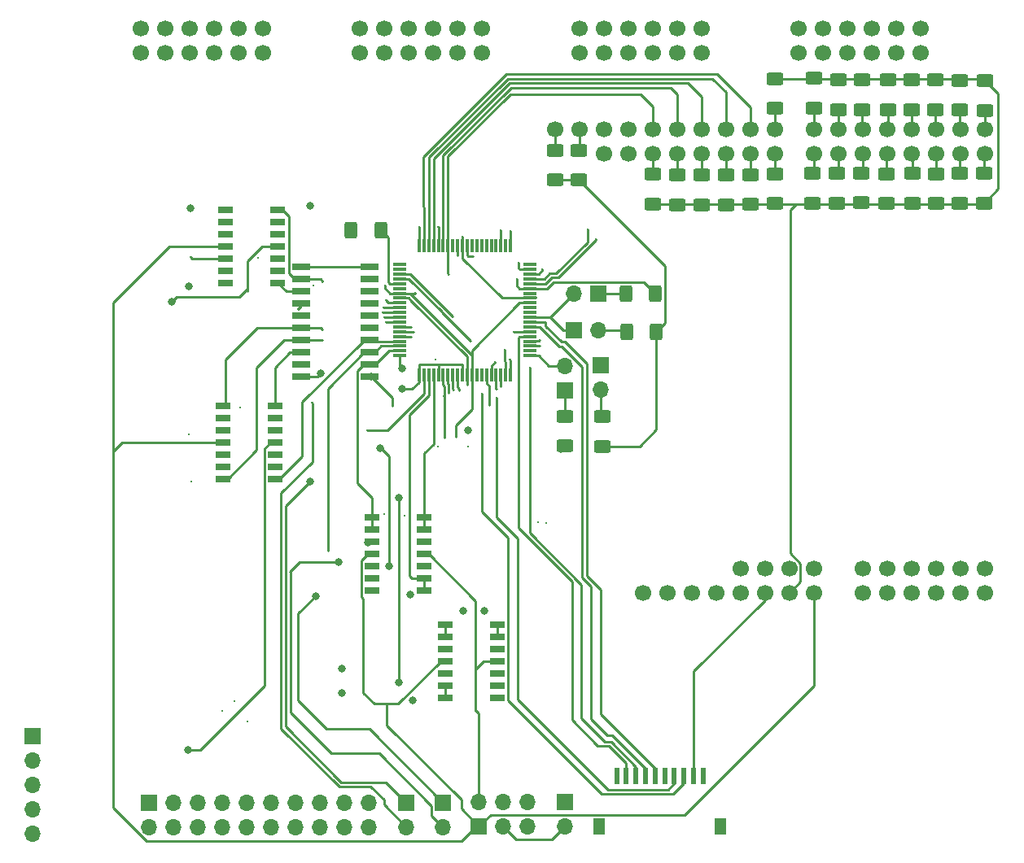
<source format=gbr>
%TF.GenerationSoftware,KiCad,Pcbnew,(6.0.7)*%
%TF.CreationDate,2023-05-13T08:51:53+05:30*%
%TF.ProjectId,DSP_board,4453505f-626f-4617-9264-2e6b69636164,rev?*%
%TF.SameCoordinates,Original*%
%TF.FileFunction,Copper,L1,Top*%
%TF.FilePolarity,Positive*%
%FSLAX46Y46*%
G04 Gerber Fmt 4.6, Leading zero omitted, Abs format (unit mm)*
G04 Created by KiCad (PCBNEW (6.0.7)) date 2023-05-13 08:51:53*
%MOMM*%
%LPD*%
G01*
G04 APERTURE LIST*
G04 Aperture macros list*
%AMRoundRect*
0 Rectangle with rounded corners*
0 $1 Rounding radius*
0 $2 $3 $4 $5 $6 $7 $8 $9 X,Y pos of 4 corners*
0 Add a 4 corners polygon primitive as box body*
4,1,4,$2,$3,$4,$5,$6,$7,$8,$9,$2,$3,0*
0 Add four circle primitives for the rounded corners*
1,1,$1+$1,$2,$3*
1,1,$1+$1,$4,$5*
1,1,$1+$1,$6,$7*
1,1,$1+$1,$8,$9*
0 Add four rect primitives between the rounded corners*
20,1,$1+$1,$2,$3,$4,$5,0*
20,1,$1+$1,$4,$5,$6,$7,0*
20,1,$1+$1,$6,$7,$8,$9,0*
20,1,$1+$1,$8,$9,$2,$3,0*%
G04 Aperture macros list end*
%TA.AperFunction,SMDPad,CuDef*%
%ADD10RoundRect,0.250000X0.400000X0.625000X-0.400000X0.625000X-0.400000X-0.625000X0.400000X-0.625000X0*%
%TD*%
%TA.AperFunction,SMDPad,CuDef*%
%ADD11RoundRect,0.250000X0.625000X-0.400000X0.625000X0.400000X-0.625000X0.400000X-0.625000X-0.400000X0*%
%TD*%
%TA.AperFunction,ComponentPad*%
%ADD12R,1.700000X1.700000*%
%TD*%
%TA.AperFunction,ComponentPad*%
%ADD13O,1.700000X1.700000*%
%TD*%
%TA.AperFunction,SMDPad,CuDef*%
%ADD14R,1.475000X0.300000*%
%TD*%
%TA.AperFunction,SMDPad,CuDef*%
%ADD15R,0.300000X1.475000*%
%TD*%
%TA.AperFunction,SMDPad,CuDef*%
%ADD16RoundRect,0.250000X-0.625000X0.400000X-0.625000X-0.400000X0.625000X-0.400000X0.625000X0.400000X0*%
%TD*%
%TA.AperFunction,SMDPad,CuDef*%
%ADD17R,1.525000X0.650000*%
%TD*%
%TA.AperFunction,ComponentPad*%
%ADD18C,1.700000*%
%TD*%
%TA.AperFunction,SMDPad,CuDef*%
%ADD19R,1.825000X0.700000*%
%TD*%
%TA.AperFunction,SMDPad,CuDef*%
%ADD20RoundRect,0.250000X-0.400000X-0.625000X0.400000X-0.625000X0.400000X0.625000X-0.400000X0.625000X0*%
%TD*%
%TA.AperFunction,SMDPad,CuDef*%
%ADD21R,0.600000X1.700000*%
%TD*%
%TA.AperFunction,SMDPad,CuDef*%
%ADD22R,1.200000X1.800000*%
%TD*%
%TA.AperFunction,ViaPad*%
%ADD23C,0.300000*%
%TD*%
%TA.AperFunction,ViaPad*%
%ADD24C,0.800000*%
%TD*%
%TA.AperFunction,Conductor*%
%ADD25C,0.250000*%
%TD*%
G04 APERTURE END LIST*
D10*
%TO.P,R79,1*%
%TO.N,Net-(IC5-Pad5)*%
X124210000Y-81030000D03*
%TO.P,R79,2*%
%TO.N,ctrl_3v3*%
X121110000Y-81030000D03*
%TD*%
D11*
%TO.P,R20,1*%
%TO.N,/controller_sheet/pwm_daba2*%
X174290000Y-68490000D03*
%TO.P,R20,2*%
%TO.N,ctrl_gnd*%
X174290000Y-65390000D03*
%TD*%
D12*
%TO.P,JVSI1,1,Pin_1*%
%TO.N,Igrid3*%
X100120000Y-140610000D03*
D13*
%TO.P,JVSI1,2,Pin_2*%
%TO.N,Vgrid3*%
X100120000Y-143150000D03*
%TO.P,JVSI1,3,Pin_3*%
%TO.N,Igrid2*%
X102660000Y-140610000D03*
%TO.P,JVSI1,4,Pin_4*%
%TO.N,Vgrid2*%
X102660000Y-143150000D03*
%TO.P,JVSI1,5,Pin_5*%
%TO.N,Igrid1*%
X105200000Y-140610000D03*
%TO.P,JVSI1,6,Pin_6*%
%TO.N,Vgrid1*%
X105200000Y-143150000D03*
%TO.P,JVSI1,7,Pin_7*%
%TO.N,OCD_grid1*%
X107740000Y-140610000D03*
%TO.P,JVSI1,8,Pin_8*%
%TO.N,OCD_grd2*%
X107740000Y-143150000D03*
%TO.P,JVSI1,9,Pin_9*%
%TO.N,OCD_grid3*%
X110280000Y-140610000D03*
%TO.P,JVSI1,10,Pin_10*%
%TO.N,ctrl_gnd*%
X110280000Y-143150000D03*
%TO.P,JVSI1,11,Pin_11*%
%TO.N,vsi_ready*%
X112820000Y-140610000D03*
%TO.P,JVSI1,12,Pin_12*%
%TO.N,vsi_fault*%
X112820000Y-143150000D03*
%TO.P,JVSI1,13,Pin_13*%
%TO.N,VSI32*%
X115360000Y-140610000D03*
%TO.P,JVSI1,14,Pin_14*%
%TO.N,VSI31*%
X115360000Y-143150000D03*
%TO.P,JVSI1,15,Pin_15*%
%TO.N,VSI22*%
X117900000Y-140610000D03*
%TO.P,JVSI1,16,Pin_16*%
%TO.N,VSI21*%
X117900000Y-143150000D03*
%TO.P,JVSI1,17,Pin_17*%
%TO.N,VSI12*%
X120440000Y-140610000D03*
%TO.P,JVSI1,18,Pin_18*%
%TO.N,VSI11*%
X120440000Y-143150000D03*
%TO.P,JVSI1,19,Pin_19*%
%TO.N,SCL*%
X122980000Y-140610000D03*
%TO.P,JVSI1,20,Pin_20*%
%TO.N,SDA*%
X122980000Y-143150000D03*
%TD*%
D12*
%TO.P,J1,1,Pin_1*%
%TO.N,Net-(IC5-Pad41)*%
X147130000Y-95130000D03*
D13*
%TO.P,J1,2,Pin_2*%
%TO.N,Net-(J1-Pad2)*%
X147130000Y-97670000D03*
%TD*%
D11*
%TO.P,R12,1*%
%TO.N,/controller_sheet/pwm_dabb1*%
X184450000Y-68550000D03*
%TO.P,R12,2*%
%TO.N,ctrl_gnd*%
X184450000Y-65450000D03*
%TD*%
D12*
%TO.P,J3,1,Pin_1*%
%TO.N,Net-(IC5-Pad49)*%
X144305000Y-91440000D03*
D13*
%TO.P,J3,2,Pin_2*%
%TO.N,Net-(J3-Pad2)*%
X146845000Y-91440000D03*
%TD*%
D14*
%TO.P,IC5,1,GPIO30*%
%TO.N,unconnected-(IC5-Pad1)*%
X126232000Y-84609500D03*
%TO.P,IC5,2,GPIO31*%
%TO.N,unconnected-(IC5-Pad2)*%
X126232000Y-85109500D03*
%TO.P,IC5,3,GPIO29*%
%TO.N,SCITX*%
X126232000Y-85609500D03*
%TO.P,IC5,4,GPIO28*%
%TO.N,SCiRX*%
X126232000Y-86109500D03*
%TO.P,IC5,5,XRSN*%
%TO.N,Net-(IC5-Pad5)*%
X126232000Y-86609500D03*
%TO.P,IC5,6,GPIO46*%
%TO.N,unconnected-(IC5-Pad6)*%
X126232000Y-87109500D03*
%TO.P,IC5,7,VDDIO_1*%
%TO.N,VDDIO*%
X126232000Y-87609500D03*
%TO.P,IC5,8,VDD_1*%
%TO.N,VDD*%
X126232000Y-88109500D03*
%TO.P,IC5,9,VSS_1*%
%TO.N,ctrl_gnd*%
X126232000Y-88609500D03*
%TO.P,IC5,10,A6*%
%TO.N,Igrid2_sense*%
X126232000Y-89109500D03*
%TO.P,IC5,11,C6*%
%TO.N,Vgrid2_sense*%
X126232000Y-89609500D03*
%TO.P,IC5,12,A3C5*%
%TO.N,Igrid3_sense*%
X126232000Y-90109500D03*
%TO.P,IC5,13,A2C9*%
%TO.N,Vgrid3_sense*%
X126232000Y-90609500D03*
%TO.P,IC5,14,A15C7*%
%TO.N,Igrid1_sense*%
X126232000Y-91109500D03*
%TO.P,IC5,15,A14C4*%
%TO.N,Vgrid1_sense*%
X126232000Y-91609500D03*
%TO.P,IC5,16,A11C0*%
%TO.N,I_leackage*%
X126232000Y-92109500D03*
%TO.P,IC5,17,A5C2*%
%TO.N,Vdc_link*%
X126232000Y-92609500D03*
%TO.P,IC5,18,A1*%
%TO.N,batt_curr_sense*%
X126232000Y-93109500D03*
%TO.P,IC5,19,A0C15*%
%TO.N,batt_V_sense*%
X126232000Y-93609500D03*
%TO.P,IC5,20,VREFHI*%
%TO.N,Net-(C19-Pad1)*%
X126232000Y-94109500D03*
D15*
%TO.P,IC5,21,VREFLO*%
%TO.N,ctrl_gnd*%
X128220000Y-96097500D03*
%TO.P,IC5,22,A12C1*%
%TO.N,offset_v*%
X128720000Y-96097500D03*
%TO.P,IC5,23,A7C3*%
%TO.N,ADC1*%
X129220000Y-96097500D03*
%TO.P,IC5,24,A8C11*%
%TO.N,ADC2*%
X129720000Y-96097500D03*
%TO.P,IC5,25,VSSA*%
%TO.N,ctrl_gnd*%
X130220000Y-96097500D03*
%TO.P,IC5,26,VDDA*%
%TO.N,VDDA*%
X130720000Y-96097500D03*
%TO.P,IC5,27,A4C14*%
%TO.N,ADC3*%
X131220000Y-96097500D03*
%TO.P,IC5,28,A9C8*%
%TO.N,ADC4*%
X131720000Y-96097500D03*
%TO.P,IC5,29,A10C10*%
%TO.N,ADC5*%
X132220000Y-96097500D03*
%TO.P,IC5,30,VSS_2*%
%TO.N,ctrl_gnd*%
X132720000Y-96097500D03*
%TO.P,IC5,31,VDD_2*%
%TO.N,VDD*%
X133220000Y-96097500D03*
%TO.P,IC5,32,VDDIO_2*%
%TO.N,VDDIO*%
X133720000Y-96097500D03*
%TO.P,IC5,33,FLT2*%
%TO.N,unconnected-(IC5-Pad33)*%
X134220000Y-96097500D03*
%TO.P,IC5,34,FLT1*%
%TO.N,unconnected-(IC5-Pad34)*%
X134720000Y-96097500D03*
%TO.P,IC5,35,GPIO13*%
%TO.N,OCD_grid1*%
X135220000Y-96097500D03*
%TO.P,IC5,36,GPIO12*%
%TO.N,/controller_sheet/pwm_dabb2*%
X135720000Y-96097500D03*
%TO.P,IC5,37,GPIO11*%
%TO.N,OCD_grd2*%
X136220000Y-96097500D03*
%TO.P,IC5,38,GPIO33*%
%TO.N,OCD_grid3*%
X136720000Y-96097500D03*
%TO.P,IC5,39,GPIO16*%
%TO.N,batt_fault*%
X137220000Y-96097500D03*
%TO.P,IC5,40,GPIO17*%
%TO.N,batt_ready*%
X137720000Y-96097500D03*
D14*
%TO.P,IC5,41,GPIO24*%
%TO.N,Net-(IC5-Pad41)*%
X139708000Y-94109500D03*
%TO.P,IC5,42,GPIO25*%
%TO.N,unconnected-(IC5-Pad42)*%
X139708000Y-93609500D03*
%TO.P,IC5,43,GPIO26*%
%TO.N,SDA*%
X139708000Y-93109500D03*
%TO.P,IC5,44,GPIO27*%
%TO.N,SCL*%
X139708000Y-92609500D03*
%TO.P,IC5,45,TCK*%
%TO.N,TCK*%
X139708000Y-92109500D03*
%TO.P,IC5,46,GPIO37/TDO*%
%TO.N,TDO*%
X139708000Y-91609500D03*
%TO.P,IC5,47,TMS*%
%TO.N,TMS*%
X139708000Y-91109500D03*
%TO.P,IC5,48,GPIO35/TDI*%
%TO.N,TDI*%
X139708000Y-90609500D03*
%TO.P,IC5,49,GPIO32*%
%TO.N,Net-(IC5-Pad49)*%
X139708000Y-90109500D03*
%TO.P,IC5,50,GPIO18X2*%
%TO.N,unconnected-(IC5-Pad50)*%
X139708000Y-89609500D03*
%TO.P,IC5,51,GPIO19X1*%
%TO.N,unconnected-(IC5-Pad51)*%
X139708000Y-89109500D03*
%TO.P,IC5,52,VDDIO_3*%
%TO.N,VDDIO*%
X139708000Y-88609500D03*
%TO.P,IC5,53,VDD_3*%
%TO.N,VDD*%
X139708000Y-88109500D03*
%TO.P,IC5,54,GPIO43*%
%TO.N,unconnected-(IC5-Pad54)*%
X139708000Y-87609500D03*
%TO.P,IC5,55,VSS_3*%
%TO.N,ctrl_gnd*%
X139708000Y-87109500D03*
%TO.P,IC5,56,GPIO39*%
%TO.N,/controller_sheet/en_vsi*%
X139708000Y-86609500D03*
%TO.P,IC5,57,GPIO42*%
%TO.N,/controller_sheet/en_dab*%
X139708000Y-86109500D03*
%TO.P,IC5,58,GPIO8*%
%TO.N,/controller_sheet/pwm_daba2*%
X139708000Y-85609500D03*
%TO.P,IC5,59,GPIO4*%
%TO.N,/controller_sheet/pwmVSI3*%
X139708000Y-85109500D03*
%TO.P,IC5,60,GPIO3*%
%TO.N,unconnected-(IC5-Pad60)*%
X139708000Y-84609500D03*
D15*
%TO.P,IC5,61,GPIO2*%
%TO.N,/controller_sheet/pwmVSI2*%
X137720000Y-82621500D03*
%TO.P,IC5,62,GPIO1*%
%TO.N,unconnected-(IC5-Pad62)*%
X137220000Y-82621500D03*
%TO.P,IC5,63,GPIO0*%
%TO.N,/controller_sheet/pwmVSI1*%
X136720000Y-82621500D03*
%TO.P,IC5,64,GPIO40*%
%TO.N,unconnected-(IC5-Pad64)*%
X136220000Y-82621500D03*
%TO.P,IC5,65,GPIO23*%
%TO.N,unconnected-(IC5-Pad65)*%
X135720000Y-82621500D03*
%TO.P,IC5,66,GPIO41*%
%TO.N,unconnected-(IC5-Pad66)*%
X135220000Y-82621500D03*
%TO.P,IC5,67,GPIO22*%
%TO.N,unconnected-(IC5-Pad67)*%
X134720000Y-82621500D03*
%TO.P,IC5,68,GPIO7*%
%TO.N,unconnected-(IC5-Pad68)*%
X134220000Y-82621500D03*
%TO.P,IC5,69,GPIO44*%
%TO.N,unconnected-(IC5-Pad69)*%
X133720000Y-82621500D03*
%TO.P,IC5,70,VSS_4*%
%TO.N,ctrl_gnd*%
X133220000Y-82621500D03*
%TO.P,IC5,71,VDD_4*%
%TO.N,VDD*%
X132720000Y-82621500D03*
%TO.P,IC5,72,VDDIO_4*%
%TO.N,VDDIO*%
X132220000Y-82621500D03*
%TO.P,IC5,73,GPIO45*%
%TO.N,unconnected-(IC5-Pad73)*%
X131720000Y-82621500D03*
%TO.P,IC5,74,GPIO5*%
%TO.N,vsi_ready*%
X131220000Y-82621500D03*
%TO.P,IC5,75,GPIO9*%
%TO.N,vsi_fault*%
X130720000Y-82621500D03*
%TO.P,IC5,76,GPIO10*%
%TO.N,/controller_sheet/pwm_dabb1*%
X130220000Y-82621500D03*
%TO.P,IC5,77,GPIO34*%
%TO.N,OCD_leakage*%
X129720000Y-82621500D03*
%TO.P,IC5,78,GPIO15*%
%TO.N,dc_fault*%
X129220000Y-82621500D03*
%TO.P,IC5,79,GPIO14*%
%TO.N,dc_ready*%
X128720000Y-82621500D03*
%TO.P,IC5,80,GPIO6*%
%TO.N,/controller_sheet/pwm_daba1*%
X128220000Y-82621500D03*
%TD*%
D12*
%TO.P,J9,1,Pin_1*%
%TO.N,Analog_in1*%
X88005000Y-133720000D03*
D13*
%TO.P,J9,2,Pin_2*%
%TO.N,Analog_in2*%
X88005000Y-136260000D03*
%TO.P,J9,3,Pin_3*%
%TO.N,Analog_in3*%
X88005000Y-138800000D03*
%TO.P,J9,4,Pin_4*%
%TO.N,Analog_in4*%
X88005000Y-141340000D03*
%TO.P,J9,5,Pin_5*%
%TO.N,Analog_in5*%
X88005000Y-143880000D03*
%TD*%
D16*
%TO.P,R37,1*%
%TO.N,Net-(J1-Pad2)*%
X147290000Y-100430000D03*
%TO.P,R37,2*%
%TO.N,ctrl_3v3*%
X147290000Y-103530000D03*
%TD*%
D17*
%TO.P,IC_dc_link_leakage1,1,1OUT*%
%TO.N,Igrid1_sense*%
X107798000Y-99350000D03*
%TO.P,IC_dc_link_leakage1,2,1IN-*%
%TO.N,Net-(C14-Pad2)*%
X107798000Y-100620000D03*
%TO.P,IC_dc_link_leakage1,3,1IN+*%
%TO.N,Net-(C6-Pad1)*%
X107798000Y-101890000D03*
%TO.P,IC_dc_link_leakage1,4,VCC*%
%TO.N,ctrl_15*%
X107798000Y-103160000D03*
%TO.P,IC_dc_link_leakage1,5,2IN+*%
%TO.N,Net-(C5-Pad1)*%
X107798000Y-104430000D03*
%TO.P,IC_dc_link_leakage1,6,2IN-*%
%TO.N,Net-(C13-Pad2)*%
X107798000Y-105700000D03*
%TO.P,IC_dc_link_leakage1,7,2OUT*%
%TO.N,Vgrid1_sense*%
X107798000Y-106970000D03*
%TO.P,IC_dc_link_leakage1,8,3OUT*%
%TO.N,Vdc_link*%
X113222000Y-106970000D03*
%TO.P,IC_dc_link_leakage1,9,3IN-*%
%TO.N,Net-(C20-Pad1)*%
X113222000Y-105700000D03*
%TO.P,IC_dc_link_leakage1,10,3IN+*%
%TO.N,Net-(C24-Pad1)*%
X113222000Y-104430000D03*
%TO.P,IC_dc_link_leakage1,11,GND*%
%TO.N,ctrl_-15*%
X113222000Y-103160000D03*
%TO.P,IC_dc_link_leakage1,12,4IN+*%
%TO.N,Net-(C25-Pad1)*%
X113222000Y-101890000D03*
%TO.P,IC_dc_link_leakage1,13,4IN-*%
%TO.N,Net-(C22-Pad2)*%
X113222000Y-100620000D03*
%TO.P,IC_dc_link_leakage1,14,4OUT*%
%TO.N,I_leackage*%
X113222000Y-99350000D03*
%TD*%
D12*
%TO.P,J2,1,Pin_1*%
%TO.N,Net-(J2-Pad1)*%
X143380000Y-97705000D03*
D13*
%TO.P,J2,2,Pin_2*%
%TO.N,Net-(IC5-Pad41)*%
X143380000Y-95165000D03*
%TD*%
D18*
%TO.P,B1,1*%
%TO.N,unconnected-(B1-Pad1)*%
X151465000Y-118800000D03*
%TO.P,B1,2,IOREF*%
%TO.N,unconnected-(B1-Pad2)*%
X154005000Y-118800000D03*
%TO.P,B1,3,RST*%
%TO.N,unconnected-(B1-Pad3)*%
X156545000Y-118800000D03*
%TO.P,B1,4,3V3*%
%TO.N,FPGA_3v3*%
X159085000Y-118800000D03*
%TO.P,B1,5,5V0*%
%TO.N,unconnected-(B1-Pad5)*%
X161625000Y-118800000D03*
%TO.P,B1,6,GND*%
%TO.N,ctrl_gnd*%
X164165000Y-118800000D03*
%TO.P,B1,7,GND*%
X166705000Y-118800000D03*
%TO.P,B1,8,VIN*%
%TO.N,ctrl_15*%
X169245000Y-118800000D03*
%TO.P,B1,10,V_P*%
%TO.N,unconnected-(B1-Pad10)*%
X161625000Y-116260000D03*
%TO.P,B1,11,V_N*%
%TO.N,unconnected-(B1-Pad11)*%
X164165000Y-116260000D03*
%TO.P,B1,12,XGND*%
%TO.N,unconnected-(B1-Pad12)*%
X166705000Y-116260000D03*
%TO.P,B1,13,XVREF*%
%TO.N,unconnected-(B1-Pad13)*%
X169245000Y-116260000D03*
%TO.P,B1,14,A0*%
%TO.N,OCD_grid1*%
X174325000Y-118800000D03*
%TO.P,B1,15,A1*%
%TO.N,OCD_grd2*%
X176865000Y-118800000D03*
%TO.P,B1,16,A2*%
%TO.N,OCD_grid3*%
X179405000Y-118800000D03*
%TO.P,B1,17,A3*%
%TO.N,unconnected-(B1-Pad17)*%
X181945000Y-118800000D03*
%TO.P,B1,18,A4*%
%TO.N,unconnected-(B1-Pad18)*%
X184485000Y-118800000D03*
%TO.P,B1,19,A5*%
%TO.N,unconnected-(B1-Pad19)*%
X187025000Y-118800000D03*
%TO.P,B1,20,A6*%
%TO.N,unconnected-(B1-Pad20)*%
X174325000Y-116260000D03*
%TO.P,B1,21,A7*%
%TO.N,unconnected-(B1-Pad21)*%
X176865000Y-116260000D03*
%TO.P,B1,22,A8*%
%TO.N,unconnected-(B1-Pad22)*%
X179405000Y-116260000D03*
%TO.P,B1,23,A9*%
%TO.N,unconnected-(B1-Pad23)*%
X181945000Y-116260000D03*
%TO.P,B1,24,A10*%
%TO.N,unconnected-(B1-Pad24)*%
X184485000Y-116260000D03*
%TO.P,B1,25,A11*%
%TO.N,unconnected-(B1-Pad25)*%
X187025000Y-116260000D03*
%TO.P,B1,26,IO41*%
%TO.N,batt_ready*%
X147435000Y-73060000D03*
%TO.P,B1,27,IO40*%
%TO.N,batt_fault*%
X149975000Y-73060000D03*
%TO.P,B1,28,IO39*%
%TO.N,DAB2_PWM22*%
X152515000Y-73060000D03*
%TO.P,B1,29,IO38*%
%TO.N,DAB2_PWM21*%
X155055000Y-73060000D03*
%TO.P,B1,30,IO37*%
%TO.N,DAB2_PWM12*%
X157595000Y-73060000D03*
%TO.P,B1,31,IO36*%
%TO.N,DAB2_PWM11*%
X160135000Y-73060000D03*
%TO.P,B1,32,IO35*%
%TO.N,DAB1PWM22*%
X162675000Y-73060000D03*
%TO.P,B1,33,IO34*%
%TO.N,DAB1PWM21*%
X165215000Y-73060000D03*
%TO.P,B1,34,IO33*%
%TO.N,DAB1PWM12*%
X169245000Y-73060000D03*
%TO.P,B1,35,IO32*%
%TO.N,DAB1PWM11*%
X171785000Y-73060000D03*
%TO.P,B1,36,IO31*%
%TO.N,VSI32*%
X174325000Y-73060000D03*
%TO.P,B1,37,IO30*%
%TO.N,VSI31*%
X176865000Y-73060000D03*
%TO.P,B1,38,IO29*%
%TO.N,VSI22*%
X179405000Y-73060000D03*
%TO.P,B1,39,IO28*%
%TO.N,VSI21*%
X181945000Y-73060000D03*
%TO.P,B1,40,IO27*%
%TO.N,VSI12*%
X184485000Y-73060000D03*
%TO.P,B1,41,IO28*%
%TO.N,VSI11*%
X187025000Y-73080000D03*
%TO.P,B1,42,SCL*%
%TO.N,SCL*%
X142355000Y-70520000D03*
%TO.P,B1,43,SDA*%
%TO.N,SDA*%
X144895000Y-70520000D03*
%TO.P,B1,44,A*%
%TO.N,unconnected-(B1-Pad44)*%
X147435000Y-70520000D03*
%TO.P,B1,45,G*%
%TO.N,unconnected-(B1-Pad45)*%
X149975000Y-70520000D03*
%TO.P,B1,46,IO13*%
%TO.N,vsi_ready*%
X152515000Y-70520000D03*
%TO.P,B1,47,IO12*%
%TO.N,vsi_fault*%
X155055000Y-70520000D03*
%TO.P,B1,48,IO11*%
%TO.N,OCD_leakage*%
X157595000Y-70520000D03*
%TO.P,B1,49,IO10*%
%TO.N,dc_fault*%
X160135000Y-70520000D03*
%TO.P,B1,50,IO9*%
%TO.N,dc_ready*%
X162675000Y-70520000D03*
%TO.P,B1,51,IO8*%
%TO.N,/controller_sheet/en_dab*%
X165215000Y-70520000D03*
%TO.P,B1,52,IO7*%
%TO.N,/controller_sheet/en_vsi*%
X169245000Y-70520000D03*
%TO.P,B1,53,IO6*%
%TO.N,/controller_sheet/pwm_dabb2*%
X171785000Y-70520000D03*
%TO.P,B1,54,IO5*%
%TO.N,/controller_sheet/pwm_daba2*%
X174325000Y-70520000D03*
%TO.P,B1,55,IO4*%
%TO.N,/controller_sheet/pwmVSI3*%
X176865000Y-70520000D03*
%TO.P,B1,56,IO3*%
%TO.N,/controller_sheet/pwmVSI2*%
X179405000Y-70520000D03*
%TO.P,B1,57,IO2*%
%TO.N,/controller_sheet/pwmVSI1*%
X181945000Y-70520000D03*
%TO.P,B1,58,IO1*%
%TO.N,/controller_sheet/pwm_dabb1*%
X184485000Y-70520000D03*
%TO.P,B1,59,IO0*%
%TO.N,/controller_sheet/pwm_daba1*%
X187025000Y-70540000D03*
%TO.P,B1,60,JA1*%
%TO.N,unconnected-(B1-Pad60)*%
X99275000Y-62580000D03*
%TO.P,B1,61,JA2*%
%TO.N,unconnected-(B1-Pad61)*%
X101815000Y-62580000D03*
%TO.P,B1,62,JA3*%
%TO.N,unconnected-(B1-Pad62)*%
X104355000Y-62580000D03*
%TO.P,B1,63,JA4*%
%TO.N,unconnected-(B1-Pad63)*%
X106895000Y-62580000D03*
%TO.P,B1,64,JA5*%
%TO.N,unconnected-(B1-Pad64)*%
X109435000Y-62580000D03*
%TO.P,B1,65,JA6*%
%TO.N,unconnected-(B1-Pad65)*%
X111975000Y-62580000D03*
%TO.P,B1,66,JA7*%
%TO.N,unconnected-(B1-Pad66)*%
X99275000Y-60040000D03*
%TO.P,B1,67,JA8*%
%TO.N,unconnected-(B1-Pad67)*%
X101815000Y-60040000D03*
%TO.P,B1,68,JA9*%
%TO.N,unconnected-(B1-Pad68)*%
X104355000Y-60040000D03*
%TO.P,B1,69,JA10*%
%TO.N,unconnected-(B1-Pad69)*%
X106895000Y-60040000D03*
%TO.P,B1,70,JA11*%
%TO.N,unconnected-(B1-Pad70)*%
X109435000Y-60040000D03*
%TO.P,B1,71,JA12*%
%TO.N,unconnected-(B1-Pad71)*%
X111975000Y-60040000D03*
%TO.P,B1,72,JB1*%
%TO.N,unconnected-(B1-Pad72)*%
X122075000Y-62580000D03*
%TO.P,B1,73,JB2*%
%TO.N,unconnected-(B1-Pad73)*%
X124615000Y-62580000D03*
%TO.P,B1,74,JB3*%
%TO.N,unconnected-(B1-Pad74)*%
X127155000Y-62580000D03*
%TO.P,B1,75,JB4*%
%TO.N,unconnected-(B1-Pad75)*%
X129695000Y-62580000D03*
%TO.P,B1,76,JB5*%
%TO.N,unconnected-(B1-Pad76)*%
X132235000Y-62580000D03*
%TO.P,B1,77,JB6*%
%TO.N,unconnected-(B1-Pad77)*%
X134775000Y-62580000D03*
%TO.P,B1,78,JB7*%
%TO.N,unconnected-(B1-Pad78)*%
X122075000Y-60040000D03*
%TO.P,B1,79,JB8*%
%TO.N,unconnected-(B1-Pad79)*%
X124615000Y-60040000D03*
%TO.P,B1,80,JB9*%
%TO.N,unconnected-(B1-Pad80)*%
X127155000Y-60040000D03*
%TO.P,B1,81,JB10*%
%TO.N,unconnected-(B1-Pad81)*%
X129695000Y-60040000D03*
%TO.P,B1,82,JB11*%
%TO.N,unconnected-(B1-Pad82)*%
X132235000Y-60040000D03*
%TO.P,B1,83,JB12*%
%TO.N,unconnected-(B1-Pad83)*%
X134775000Y-60040000D03*
%TO.P,B1,84,JC1*%
%TO.N,unconnected-(B1-Pad84)*%
X144875000Y-62580000D03*
%TO.P,B1,85,JC2*%
%TO.N,unconnected-(B1-Pad85)*%
X147415000Y-62580000D03*
%TO.P,B1,86,JC3*%
%TO.N,unconnected-(B1-Pad86)*%
X149955000Y-62580000D03*
%TO.P,B1,87,JC4*%
%TO.N,unconnected-(B1-Pad87)*%
X152495000Y-62580000D03*
%TO.P,B1,88,JC5*%
%TO.N,unconnected-(B1-Pad88)*%
X155035000Y-62580000D03*
%TO.P,B1,89,JC6*%
%TO.N,unconnected-(B1-Pad89)*%
X157575000Y-62580000D03*
%TO.P,B1,90,JC7*%
%TO.N,unconnected-(B1-Pad90)*%
X144875000Y-60040000D03*
%TO.P,B1,91,JC8*%
%TO.N,unconnected-(B1-Pad91)*%
X147415000Y-60040000D03*
%TO.P,B1,92,JC10*%
%TO.N,unconnected-(B1-Pad92)*%
X149955000Y-60040000D03*
%TO.P,B1,93,JC10*%
%TO.N,unconnected-(B1-Pad93)*%
X152495000Y-60040000D03*
%TO.P,B1,94,JC11*%
%TO.N,unconnected-(B1-Pad94)*%
X155035000Y-60040000D03*
%TO.P,B1,95,JC12*%
%TO.N,unconnected-(B1-Pad95)*%
X157575000Y-60040000D03*
%TO.P,B1,96,JD1*%
%TO.N,unconnected-(B1-Pad96)*%
X167675000Y-62580000D03*
%TO.P,B1,97,JD2*%
%TO.N,unconnected-(B1-Pad97)*%
X170215000Y-62580000D03*
%TO.P,B1,98,JD3*%
%TO.N,unconnected-(B1-Pad98)*%
X172755000Y-62580000D03*
%TO.P,B1,99,JD4*%
%TO.N,unconnected-(B1-Pad99)*%
X175295000Y-62580000D03*
%TO.P,B1,100,JD5*%
%TO.N,unconnected-(B1-Pad100)*%
X177835000Y-62580000D03*
%TO.P,B1,101,JD6*%
%TO.N,unconnected-(B1-Pad101)*%
X180375000Y-62580000D03*
%TO.P,B1,102,JD7*%
%TO.N,unconnected-(B1-Pad102)*%
X167675000Y-60040000D03*
%TO.P,B1,103,JD8*%
%TO.N,unconnected-(B1-Pad103)*%
X170215000Y-60040000D03*
%TO.P,B1,104,JD9*%
%TO.N,unconnected-(B1-Pad104)*%
X172755000Y-60040000D03*
%TO.P,B1,105,JD10*%
%TO.N,unconnected-(B1-Pad105)*%
X175295000Y-60040000D03*
%TO.P,B1,106,JD11*%
%TO.N,unconnected-(B1-Pad106)*%
X177835000Y-60040000D03*
%TO.P,B1,107,JD12*%
%TO.N,unconnected-(B1-Pad107)*%
X180375000Y-60040000D03*
%TD*%
D17*
%TO.P,IC_batt_2,1,1OUT*%
%TO.N,ADC3*%
X130908000Y-122090000D03*
%TO.P,IC_batt_2,2,1IN-*%
X130908000Y-123360000D03*
%TO.P,IC_batt_2,3,1IN+*%
%TO.N,Net-(C8-Pad1)*%
X130908000Y-124630000D03*
%TO.P,IC_batt_2,4,VCC*%
%TO.N,ctrl_15*%
X130908000Y-125900000D03*
%TO.P,IC_batt_2,5,2IN+*%
%TO.N,Net-(C10-Pad1)*%
X130908000Y-127170000D03*
%TO.P,IC_batt_2,6,2IN-*%
%TO.N,ADC4*%
X130908000Y-128440000D03*
%TO.P,IC_batt_2,7,2OUT*%
X130908000Y-129710000D03*
%TO.P,IC_batt_2,8,3OUT*%
%TO.N,unconnected-(IC_batt_2-Pad8)*%
X136332000Y-129710000D03*
%TO.P,IC_batt_2,9,3IN-*%
%TO.N,unconnected-(IC_batt_2-Pad9)*%
X136332000Y-128440000D03*
%TO.P,IC_batt_2,10,3IN+*%
%TO.N,unconnected-(IC_batt_2-Pad10)*%
X136332000Y-127170000D03*
%TO.P,IC_batt_2,11,GND*%
%TO.N,ctrl_-15*%
X136332000Y-125900000D03*
%TO.P,IC_batt_2,12,4IN+*%
%TO.N,Net-(C23-Pad1)*%
X136332000Y-124630000D03*
%TO.P,IC_batt_2,13,4IN-*%
%TO.N,ADC5*%
X136332000Y-123360000D03*
%TO.P,IC_batt_2,14,4OUT*%
X136332000Y-122090000D03*
%TD*%
D12*
%TO.P,J8,1,Pin_1*%
%TO.N,V_dc_link*%
X126905000Y-140670000D03*
D13*
%TO.P,J8,2,Pin_2*%
%TO.N,curr_leakeage_i*%
X126905000Y-143210000D03*
%TD*%
D16*
%TO.P,R46,1*%
%TO.N,DAB2_PWM12*%
X157600000Y-75300000D03*
%TO.P,R46,2*%
%TO.N,ctrl_gnd*%
X157600000Y-78400000D03*
%TD*%
%TO.P,R30,1*%
%TO.N,VSI11*%
X186940000Y-75150000D03*
%TO.P,R30,2*%
%TO.N,ctrl_gnd*%
X186940000Y-78250000D03*
%TD*%
%TO.P,R48,1*%
%TO.N,DAB2_PWM22*%
X152480000Y-75230000D03*
%TO.P,R48,2*%
%TO.N,ctrl_gnd*%
X152480000Y-78330000D03*
%TD*%
%TO.P,R52,1*%
%TO.N,DAB1PWM22*%
X162680000Y-75260000D03*
%TO.P,R52,2*%
%TO.N,ctrl_gnd*%
X162680000Y-78360000D03*
%TD*%
%TO.P,R45,1*%
%TO.N,DAB2_PWM11*%
X160160000Y-75290000D03*
%TO.P,R45,2*%
%TO.N,ctrl_gnd*%
X160160000Y-78390000D03*
%TD*%
%TO.P,R31,1*%
%TO.N,VSI12*%
X184460000Y-75160000D03*
%TO.P,R31,2*%
%TO.N,ctrl_gnd*%
X184460000Y-78260000D03*
%TD*%
%TO.P,R42,1*%
%TO.N,VSI22*%
X179540000Y-75160000D03*
%TO.P,R42,2*%
%TO.N,ctrl_gnd*%
X179540000Y-78260000D03*
%TD*%
%TO.P,R49,1*%
%TO.N,DAB1PWM11*%
X171670000Y-75120000D03*
%TO.P,R49,2*%
%TO.N,ctrl_gnd*%
X171670000Y-78220000D03*
%TD*%
D11*
%TO.P,R17,1*%
%TO.N,/controller_sheet/pwmVSI2*%
X179430000Y-68510000D03*
%TO.P,R17,2*%
%TO.N,ctrl_gnd*%
X179430000Y-65410000D03*
%TD*%
D12*
%TO.P,J4,1,Pin_1*%
%TO.N,Net-(J4-Pad1)*%
X146855000Y-87690000D03*
D13*
%TO.P,J4,2,Pin_2*%
%TO.N,Net-(IC5-Pad49)*%
X144315000Y-87690000D03*
%TD*%
D16*
%TO.P,R34,1*%
%TO.N,VSI21*%
X181950000Y-75180000D03*
%TO.P,R34,2*%
%TO.N,ctrl_gnd*%
X181950000Y-78280000D03*
%TD*%
D11*
%TO.P,R11,1*%
%TO.N,/controller_sheet/pwm_daba1*%
X187070000Y-68570000D03*
%TO.P,R11,2*%
%TO.N,ctrl_gnd*%
X187070000Y-65470000D03*
%TD*%
D16*
%TO.P,R27,1*%
%TO.N,ctrl_gnd*%
X165240000Y-65270000D03*
%TO.P,R27,2*%
%TO.N,/controller_sheet/en_dab*%
X165240000Y-68370000D03*
%TD*%
D11*
%TO.P,R18,1*%
%TO.N,/controller_sheet/pwmVSI3*%
X176950000Y-68490000D03*
%TO.P,R18,2*%
%TO.N,ctrl_gnd*%
X176950000Y-65390000D03*
%TD*%
%TO.P,R22,1*%
%TO.N,/controller_sheet/pwm_dabb2*%
X171850000Y-68480000D03*
%TO.P,R22,2*%
%TO.N,ctrl_gnd*%
X171850000Y-65380000D03*
%TD*%
D12*
%TO.P,J6,1,Pin_1*%
%TO.N,Net-(J5-Pad1)*%
X143350000Y-140600000D03*
D13*
%TO.P,J6,2,Pin_2*%
%TO.N,ctrl_3v3*%
X143350000Y-143140000D03*
%TD*%
D16*
%TO.P,R10,1*%
%TO.N,SCL*%
X142350000Y-72720000D03*
%TO.P,R10,2*%
%TO.N,ctrl_3v3*%
X142350000Y-75820000D03*
%TD*%
D19*
%TO.P,IC1,1,VCC_1*%
%TO.N,ctrl_3v3*%
X123052000Y-96315000D03*
%TO.P,IC1,2,D01*%
%TO.N,batt_V_sense*%
X123052000Y-95045000D03*
%TO.P,IC1,3,D02*%
%TO.N,batt_curr_sense*%
X123052000Y-93775000D03*
%TO.P,IC1,4,D03*%
%TO.N,Vdc_link*%
X123052000Y-92505000D03*
%TO.P,IC1,5,D04*%
%TO.N,unconnected-(IC1-Pad5)*%
X123052000Y-91235000D03*
%TO.P,IC1,6,D05*%
%TO.N,unconnected-(IC1-Pad6)*%
X123052000Y-89965000D03*
%TO.P,IC1,7,D06*%
%TO.N,unconnected-(IC1-Pad7)*%
X123052000Y-88695000D03*
%TO.P,IC1,8,D07*%
%TO.N,unconnected-(IC1-Pad8)*%
X123052000Y-87425000D03*
%TO.P,IC1,9,D08*%
%TO.N,unconnected-(IC1-Pad9)*%
X123052000Y-86155000D03*
%TO.P,IC1,10,GND_1*%
%TO.N,ctrl_gnd*%
X123052000Y-84885000D03*
%TO.P,IC1,11,GND_2*%
X115928000Y-84885000D03*
%TO.P,IC1,12,D09*%
%TO.N,Igrid2_sense*%
X115928000Y-86155000D03*
%TO.P,IC1,13,D10*%
%TO.N,Vgrid2_sense*%
X115928000Y-87425000D03*
%TO.P,IC1,14,D11*%
%TO.N,Igrid3_sense*%
X115928000Y-88695000D03*
%TO.P,IC1,15,D12*%
%TO.N,Vgrid3_sense*%
X115928000Y-89965000D03*
%TO.P,IC1,16,D13*%
%TO.N,Igrid1_sense*%
X115928000Y-91235000D03*
%TO.P,IC1,17,D14*%
%TO.N,Vgrid1_sense*%
X115928000Y-92505000D03*
%TO.P,IC1,18,D15*%
%TO.N,I_leackage*%
X115928000Y-93775000D03*
%TO.P,IC1,19,D16*%
%TO.N,offset_v*%
X115928000Y-95045000D03*
%TO.P,IC1,20,VCC_2*%
%TO.N,ctrl_3v3*%
X115928000Y-96315000D03*
%TD*%
D12*
%TO.P,J_power1,1,Pin_1*%
%TO.N,ctrl_15*%
X134445000Y-143135000D03*
D13*
%TO.P,J_power1,2,Pin_2*%
%TO.N,ctrl_-15*%
X134445000Y-140595000D03*
%TO.P,J_power1,3,Pin_3*%
%TO.N,ctrl_3v3*%
X136985000Y-143135000D03*
%TO.P,J_power1,4,Pin_4*%
%TO.N,ctrl_gnd*%
X136985000Y-140595000D03*
%TO.P,J_power1,5,Pin_5*%
%TO.N,24_gnd*%
X139525000Y-143135000D03*
%TO.P,J_power1,6,Pin_6*%
%TO.N,V_12*%
X139525000Y-140595000D03*
%TD*%
D20*
%TO.P,R40,1*%
%TO.N,Net-(J4-Pad1)*%
X149690000Y-87640000D03*
%TO.P,R40,2*%
%TO.N,ctrl_gnd*%
X152790000Y-87640000D03*
%TD*%
D16*
%TO.P,R51,1*%
%TO.N,DAB1PWM21*%
X165180000Y-75190000D03*
%TO.P,R51,2*%
%TO.N,ctrl_gnd*%
X165180000Y-78290000D03*
%TD*%
%TO.P,R50,1*%
%TO.N,DAB1PWM12*%
X169080000Y-75110000D03*
%TO.P,R50,2*%
%TO.N,ctrl_gnd*%
X169080000Y-78210000D03*
%TD*%
D11*
%TO.P,R24,1*%
%TO.N,/controller_sheet/en_vsi*%
X169280000Y-68310000D03*
%TO.P,R24,2*%
%TO.N,ctrl_gnd*%
X169280000Y-65210000D03*
%TD*%
D17*
%TO.P,IC_grid23,1,1OUT*%
%TO.N,Igrid3_sense*%
X108106000Y-78950000D03*
%TO.P,IC_grid23,2,1IN-*%
%TO.N,Net-(C12-Pad2)*%
X108106000Y-80220000D03*
%TO.P,IC_grid23,3,1IN+*%
%TO.N,Net-(C1-Pad1)*%
X108106000Y-81490000D03*
%TO.P,IC_grid23,4,VCC*%
%TO.N,ctrl_15*%
X108106000Y-82760000D03*
%TO.P,IC_grid23,5,2IN+*%
%TO.N,Net-(C3-Pad1)*%
X108106000Y-84030000D03*
%TO.P,IC_grid23,6,2IN-*%
%TO.N,Net-(C11-Pad2)*%
X108106000Y-85300000D03*
%TO.P,IC_grid23,7,2OUT*%
%TO.N,Vgrid3_sense*%
X108106000Y-86570000D03*
%TO.P,IC_grid23,8,3OUT*%
%TO.N,Vgrid2_sense*%
X113530000Y-86570000D03*
%TO.P,IC_grid23,9,3IN-*%
%TO.N,Net-(C15-Pad1)*%
X113530000Y-85300000D03*
%TO.P,IC_grid23,10,3IN+*%
%TO.N,Net-(C7-Pad1)*%
X113530000Y-84030000D03*
%TO.P,IC_grid23,11,GND*%
%TO.N,ctrl_-15*%
X113530000Y-82760000D03*
%TO.P,IC_grid23,12,4IN+*%
%TO.N,Net-(C9-Pad1)*%
X113530000Y-81490000D03*
%TO.P,IC_grid23,13,4IN-*%
%TO.N,Net-(C21-Pad2)*%
X113530000Y-80220000D03*
%TO.P,IC_grid23,14,4OUT*%
%TO.N,Igrid2_sense*%
X113530000Y-78950000D03*
%TD*%
D16*
%TO.P,R38,1*%
%TO.N,Net-(J2-Pad1)*%
X143410000Y-100420000D03*
%TO.P,R38,2*%
%TO.N,ctrl_gnd*%
X143410000Y-103520000D03*
%TD*%
%TO.P,R44,1*%
%TO.N,VSI32*%
X174220000Y-75090000D03*
%TO.P,R44,2*%
%TO.N,ctrl_gnd*%
X174220000Y-78190000D03*
%TD*%
D17*
%TO.P,IC_batt_1,1,1OUT*%
%TO.N,batt_V_sense*%
X123338000Y-110970000D03*
%TO.P,IC_batt_1,2,1IN-*%
X123338000Y-112240000D03*
%TO.P,IC_batt_1,3,1IN+*%
%TO.N,Net-(C26-Pad1)*%
X123338000Y-113510000D03*
%TO.P,IC_batt_1,4,VCC*%
%TO.N,ctrl_15*%
X123338000Y-114780000D03*
%TO.P,IC_batt_1,5,2IN+*%
%TO.N,Net-(C2-Pad1)*%
X123338000Y-116050000D03*
%TO.P,IC_batt_1,6,2IN-*%
%TO.N,Net-(C28-Pad2)*%
X123338000Y-117320000D03*
%TO.P,IC_batt_1,7,2OUT*%
%TO.N,batt_curr_sense*%
X123338000Y-118590000D03*
%TO.P,IC_batt_1,8,3OUT*%
%TO.N,ADC1*%
X128762000Y-118590000D03*
%TO.P,IC_batt_1,9,3IN-*%
X128762000Y-117320000D03*
%TO.P,IC_batt_1,10,3IN+*%
%TO.N,Net-(C4-Pad1)*%
X128762000Y-116050000D03*
%TO.P,IC_batt_1,11,GND*%
%TO.N,ctrl_-15*%
X128762000Y-114780000D03*
%TO.P,IC_batt_1,12,4IN+*%
%TO.N,Net-(C30-Pad1)*%
X128762000Y-113510000D03*
%TO.P,IC_batt_1,13,4IN-*%
%TO.N,ADC2*%
X128762000Y-112240000D03*
%TO.P,IC_batt_1,14,4OUT*%
X128762000Y-110970000D03*
%TD*%
D20*
%TO.P,R39,1*%
%TO.N,Net-(J3-Pad2)*%
X149780000Y-91590000D03*
%TO.P,R39,2*%
%TO.N,ctrl_3v3*%
X152880000Y-91590000D03*
%TD*%
D21*
%TO.P,J5,1,1*%
%TO.N,Net-(J5-Pad1)*%
X148760000Y-137855000D03*
%TO.P,J5,2,2*%
%TO.N,TCK*%
X149760000Y-137855000D03*
%TO.P,J5,3,3*%
%TO.N,TDO*%
X150760000Y-137855000D03*
%TO.P,J5,4,4*%
%TO.N,TMS*%
X151760000Y-137855000D03*
%TO.P,J5,5,5*%
%TO.N,TDI*%
X152760000Y-137855000D03*
%TO.P,J5,6,6*%
%TO.N,unconnected-(J5-Pad6)*%
X153760000Y-137855000D03*
%TO.P,J5,7,7*%
%TO.N,SCITX*%
X154760000Y-137855000D03*
%TO.P,J5,8,8*%
%TO.N,SCiRX*%
X155760000Y-137855000D03*
%TO.P,J5,9,9*%
%TO.N,ctrl_gnd*%
X156760000Y-137855000D03*
%TO.P,J5,10,10*%
%TO.N,unconnected-(J5-Pad10)*%
X157760000Y-137855000D03*
D22*
%TO.P,J5,11,11*%
%TO.N,unconnected-(J5-Pad11)*%
X146960000Y-143105000D03*
%TO.P,J5,12,12*%
%TO.N,unconnected-(J5-Pad12)*%
X159560000Y-143105000D03*
%TD*%
D12*
%TO.P,J10,1,Pin_1*%
%TO.N,batt_v*%
X130665000Y-140620000D03*
D13*
%TO.P,J10,2,Pin_2*%
%TO.N,batt_curr_0*%
X130665000Y-143160000D03*
%TD*%
D16*
%TO.P,R43,1*%
%TO.N,VSI31*%
X176840000Y-75190000D03*
%TO.P,R43,2*%
%TO.N,ctrl_gnd*%
X176840000Y-78290000D03*
%TD*%
%TO.P,R47,1*%
%TO.N,DAB2_PWM21*%
X155050000Y-75310000D03*
%TO.P,R47,2*%
%TO.N,ctrl_gnd*%
X155050000Y-78410000D03*
%TD*%
%TO.P,R9,1*%
%TO.N,SDA*%
X144840000Y-72730000D03*
%TO.P,R9,2*%
%TO.N,ctrl_3v3*%
X144840000Y-75830000D03*
%TD*%
D11*
%TO.P,R14,1*%
%TO.N,/controller_sheet/pwmVSI1*%
X181860000Y-68510000D03*
%TO.P,R14,2*%
%TO.N,ctrl_gnd*%
X181860000Y-65410000D03*
%TD*%
D23*
%TO.N,ctrl_3v3*%
X125420000Y-99300000D03*
%TO.N,OCD_grid3*%
X110320000Y-132220000D03*
%TO.N,OCD_grd2*%
X109000000Y-130030000D03*
%TO.N,OCD_grid1*%
X107730000Y-131110000D03*
%TO.N,OCD_grid3*%
X136740000Y-97290000D03*
%TO.N,OCD_grd2*%
X136240000Y-97580000D03*
%TO.N,OCD_grid1*%
X135524500Y-99220000D03*
D24*
%TO.N,ctrl_3v3*%
X121190000Y-81030000D03*
D23*
%TO.N,ctrl_gnd*%
X124710552Y-88335174D03*
X132117135Y-95010498D03*
X122830000Y-84840000D03*
D24*
X126460000Y-97550000D03*
D23*
X133790000Y-83740000D03*
D24*
X143410000Y-103520000D03*
X133310000Y-101858750D03*
D23*
X138390000Y-86100000D03*
D24*
%TO.N,ctrl_-15*%
X102480000Y-88480000D03*
X104170000Y-135130000D03*
%TO.N,ctrl_3v3*%
X147340000Y-103530000D03*
D23*
X130140000Y-103550000D03*
D24*
X126120000Y-128090000D03*
X123250000Y-96320000D03*
X117949268Y-95986904D03*
D23*
X133296250Y-103592500D03*
D24*
X126080000Y-108930000D03*
D23*
%TO.N,/controller_sheet/en_dab*%
X145720000Y-80950000D03*
%TO.N,Vgrid1*%
X104520000Y-107240000D03*
D24*
%TO.N,Vgrid3*%
X104250000Y-86900000D03*
D23*
%TO.N,Vgrid2*%
X117250000Y-86810000D03*
D24*
%TO.N,Igrid3*%
X104420000Y-78790000D03*
%TO.N,Igrid2*%
X116910000Y-78510000D03*
D23*
%TO.N,Igrid1*%
X104300000Y-102280000D03*
D24*
%TO.N,batt_curr_0*%
X119820000Y-115600000D03*
%TO.N,batt_v*%
X127310000Y-118960000D03*
X117480000Y-119110000D03*
D23*
%TO.N,curr_leakeage_i*%
X117030000Y-99020000D03*
D24*
%TO.N,V_dc_link*%
X116900000Y-107180000D03*
D23*
%TO.N,/controller_sheet/en_vsi*%
X146620000Y-81950000D03*
%TO.N,Net-(C3-Pad1)*%
X104432327Y-83820000D03*
X108308000Y-84030000D03*
%TO.N,Net-(C9-Pad1)*%
X113528000Y-81500000D03*
%TO.N,Net-(C10-Pad1)*%
X130670000Y-127160000D03*
%TO.N,Net-(C8-Pad1)*%
X131020000Y-124650000D03*
%TO.N,/controller_sheet/pwmVSI3*%
X138520000Y-84390000D03*
%TO.N,/controller_sheet/pwmVSI2*%
X137719502Y-81120000D03*
%TO.N,/controller_sheet/pwmVSI1*%
X136710000Y-81010000D03*
%TO.N,batt_curr_sense*%
X118720000Y-114430000D03*
X123720000Y-118600000D03*
%TO.N,/controller_sheet/pwm_daba1*%
X128190000Y-80730000D03*
%TO.N,Igrid3_sense*%
X124589875Y-90113884D03*
X115623169Y-89261014D03*
X108188000Y-78940000D03*
%TO.N,Igrid2_sense*%
X124535500Y-89120000D03*
X113068000Y-78850000D03*
X118130000Y-86340000D03*
%TO.N,Igrid1_sense*%
X118130000Y-91400000D03*
X127410000Y-91120000D03*
X108064500Y-99340000D03*
%TO.N,Net-(C13-Pad2)*%
X107480000Y-105730000D03*
%TO.N,Vgrid1_sense*%
X127640000Y-91650000D03*
X118140000Y-92510000D03*
X107954500Y-107000000D03*
%TO.N,Vgrid2_sense*%
X124390000Y-89610000D03*
X113488000Y-86650000D03*
X115530000Y-87470000D03*
%TO.N,Vgrid3_sense*%
X124725500Y-90620000D03*
X116130000Y-90010000D03*
X108238000Y-86480000D03*
%TO.N,I_leackage*%
X127360000Y-92150000D03*
X112900000Y-99360000D03*
X115442638Y-93662012D03*
%TO.N,Vdc_link*%
X113694500Y-107020000D03*
X122630000Y-92560000D03*
D24*
%TO.N,Net-(C19-Pad1)*%
X126420000Y-95440000D03*
D23*
%TO.N,/controller_sheet/pwm_daba2*%
X140990000Y-85150000D03*
%TO.N,/controller_sheet/pwm_dabb2*%
X136080000Y-94800000D03*
%TO.N,/controller_sheet/pwm_dabb1*%
X130210000Y-80690000D03*
%TO.N,VDD*%
X132700000Y-81680000D03*
X140450000Y-88109500D03*
X127357812Y-88368858D03*
X133245500Y-97100000D03*
%TO.N,VDDA*%
X130800000Y-98340000D03*
X130820000Y-102602500D03*
X129927439Y-94535082D03*
%TO.N,VDDIO*%
X127780000Y-87600000D03*
X132030000Y-102582500D03*
X132200000Y-83680000D03*
X133719502Y-95519500D03*
X138330000Y-88950000D03*
X124670500Y-86790000D03*
%TO.N,SCITX*%
X136250000Y-98494500D03*
X131704500Y-89980000D03*
%TO.N,SCiRX*%
X134710000Y-98030000D03*
X133570000Y-92580000D03*
%TO.N,TDO*%
X138080000Y-91660000D03*
X139720000Y-95390000D03*
%TO.N,TMS*%
X151760000Y-137700000D03*
%TO.N,Net-(J5-Pad1)*%
X148720000Y-137680000D03*
%TO.N,Net-(C23-Pad1)*%
X136240000Y-124660000D03*
%TO.N,SCL*%
X140790000Y-92480000D03*
X140580000Y-111450000D03*
%TO.N,SDA*%
X141440000Y-111560000D03*
X140770000Y-93080000D03*
%TO.N,vsi_ready*%
X131230000Y-85580000D03*
%TO.N,vsi_fault*%
X130745500Y-81320000D03*
%TO.N,Net-(C4-Pad1)*%
X128780000Y-116110000D03*
%TO.N,offset_v*%
X109622500Y-99477500D03*
X122790000Y-101850000D03*
D24*
X125082500Y-115987500D03*
D23*
X116750000Y-95040000D03*
X111420000Y-83930000D03*
D24*
X124170000Y-103750000D03*
D23*
%TO.N,batt_fault*%
X137110500Y-93480500D03*
%TO.N,batt_ready*%
X137650000Y-94490000D03*
%TO.N,ADC5*%
X136022038Y-122114152D03*
X132350000Y-97750000D03*
%TO.N,ADC4*%
X130950000Y-128410000D03*
X131789023Y-97654000D03*
%TO.N,ADC3*%
X131370000Y-122080000D03*
X131294500Y-97940000D03*
%TO.N,Analog_in1*%
X124608000Y-110610000D03*
D24*
X120180000Y-126700000D03*
D23*
%TO.N,Analog_in2*%
X126695500Y-110750000D03*
D24*
X120180000Y-129240000D03*
%TO.N,Analog_in3*%
X132810000Y-120710000D03*
%TO.N,Analog_in4*%
X127530000Y-129940000D03*
%TO.N,Analog_in5*%
X135000000Y-120710000D03*
D23*
%TO.N,Net-(C28-Pad2)*%
X123210000Y-117270000D03*
%TO.N,Net-(C1-Pad1)*%
X108218000Y-81530000D03*
%TO.N,Net-(C2-Pad1)*%
X123110000Y-115990000D03*
%TO.N,Net-(C5-Pad1)*%
X107440000Y-104430000D03*
%TO.N,Net-(C6-Pad1)*%
X107670000Y-101920000D03*
%TO.N,Net-(C7-Pad1)*%
X113598000Y-84000000D03*
%TO.N,Net-(C11-Pad2)*%
X107998000Y-85250000D03*
%TO.N,Net-(C12-Pad2)*%
X108278000Y-80210000D03*
%TO.N,Net-(C14-Pad2)*%
X107590000Y-100720000D03*
%TO.N,Net-(C15-Pad1)*%
X113258000Y-85200000D03*
%TO.N,Net-(C20-Pad1)*%
X113220000Y-105610000D03*
%TO.N,Net-(C21-Pad2)*%
X113748000Y-80140000D03*
%TO.N,Net-(C22-Pad2)*%
X113240000Y-100700000D03*
%TO.N,Net-(C24-Pad1)*%
X113250000Y-104400000D03*
%TO.N,Net-(C25-Pad1)*%
X113250000Y-101970000D03*
D24*
%TO.N,Net-(C26-Pad1)*%
X122854375Y-113515625D03*
D23*
%TO.N,Net-(C30-Pad1)*%
X128600000Y-113510000D03*
%TD*%
D25*
%TO.N,ctrl_3v3*%
X125420000Y-98490000D02*
X125420000Y-99300000D01*
X123250000Y-96320000D02*
X125420000Y-98490000D01*
%TO.N,dc_ready*%
X162675000Y-70520000D02*
X162675000Y-68275000D01*
X162675000Y-68275000D02*
X159210000Y-64810000D01*
%TO.N,dc_fault*%
X160135000Y-70520000D02*
X160135000Y-66685000D01*
%TO.N,OCD_leakage*%
X157595000Y-67165000D02*
X157595000Y-70520000D01*
X156140000Y-65710000D02*
X157595000Y-67165000D01*
X137612792Y-65710000D02*
X156140000Y-65710000D01*
X129720000Y-82621500D02*
X129720000Y-73602792D01*
X129720000Y-73602792D02*
X137612792Y-65710000D01*
%TO.N,dc_fault*%
X160135000Y-66685000D02*
X158710000Y-65260000D01*
%TO.N,dc_ready*%
X137240000Y-64810000D02*
X159210000Y-64810000D01*
%TO.N,dc_fault*%
X158710000Y-65260000D02*
X137426396Y-65260000D01*
%TO.N,dc_ready*%
X128630000Y-73420000D02*
X137240000Y-64810000D01*
%TO.N,dc_fault*%
X137426396Y-65260000D02*
X129220000Y-73466396D01*
%TO.N,dc_ready*%
X128630000Y-78570000D02*
X128630000Y-73420000D01*
%TO.N,dc_fault*%
X129220000Y-73466396D02*
X129220000Y-82621500D01*
%TO.N,dc_ready*%
X128720000Y-82621500D02*
X128720000Y-78660000D01*
X128720000Y-78660000D02*
X128630000Y-78570000D01*
%TO.N,vsi_fault*%
X154370000Y-66210000D02*
X137749188Y-66210000D01*
X155055000Y-66895000D02*
X154370000Y-66210000D01*
%TO.N,vsi_ready*%
X152515000Y-70520000D02*
X152515000Y-68135000D01*
%TO.N,vsi_fault*%
X155055000Y-70520000D02*
X155055000Y-66895000D01*
%TO.N,Net-(IC5-Pad5)*%
X125010000Y-86429464D02*
X125010000Y-81830000D01*
X125190036Y-86609500D02*
X125010000Y-86429464D01*
X125010000Y-81830000D02*
X124210000Y-81030000D01*
X126232000Y-86609500D02*
X125190036Y-86609500D01*
%TO.N,ctrl_gnd*%
X115928000Y-84885000D02*
X123052000Y-84885000D01*
X130220000Y-96097500D02*
X130220000Y-95060000D01*
X138390000Y-86829000D02*
X138390000Y-86100000D01*
X133301000Y-83740000D02*
X133220000Y-83659000D01*
X128220000Y-95060000D02*
X128245000Y-95035000D01*
X133220000Y-83659000D02*
X133220000Y-82621500D01*
X132695000Y-95035000D02*
X132745000Y-95085000D01*
X133790000Y-83740000D02*
X133301000Y-83740000D01*
X165240000Y-65270000D02*
X186870000Y-65270000D01*
X130195000Y-95035000D02*
X130220000Y-95060000D01*
X156760000Y-126960000D02*
X164165000Y-119555000D01*
X167880000Y-115773299D02*
X167880000Y-117625000D01*
X188443860Y-66843860D02*
X188443860Y-76746140D01*
X167880000Y-117625000D02*
X166705000Y-118800000D01*
X187070000Y-65470000D02*
X188443860Y-66843860D01*
X130220000Y-95060000D02*
X130245000Y-95035000D01*
X152480000Y-78330000D02*
X167390000Y-78330000D01*
X166790000Y-78930000D02*
X166790000Y-114683299D01*
X128220000Y-96860000D02*
X127500000Y-97580000D01*
X132745000Y-95085000D02*
X132745000Y-95320000D01*
X186860000Y-78330000D02*
X186940000Y-78250000D01*
X167390000Y-78330000D02*
X166790000Y-78930000D01*
X128220000Y-96097500D02*
X128220000Y-95060000D01*
X142870000Y-104060000D02*
X143410000Y-103520000D01*
X186870000Y-65270000D02*
X187070000Y-65470000D01*
X167390000Y-78330000D02*
X186860000Y-78330000D01*
X138670500Y-87109500D02*
X138390000Y-86829000D01*
X166790000Y-114683299D02*
X167880000Y-115773299D01*
X128245000Y-95035000D02*
X130195000Y-95035000D01*
X188443860Y-76746140D02*
X186940000Y-78250000D01*
X126490000Y-97580000D02*
X126460000Y-97550000D01*
X152790000Y-87640000D02*
X151590000Y-86440000D01*
X141500500Y-87109500D02*
X139708000Y-87109500D01*
X156760000Y-137855000D02*
X156760000Y-126960000D01*
X139708000Y-87109500D02*
X138670500Y-87109500D01*
X151590000Y-86440000D02*
X142170000Y-86440000D01*
X126232000Y-88609500D02*
X124984878Y-88609500D01*
X127500000Y-97580000D02*
X126490000Y-97580000D01*
X124984878Y-88609500D02*
X124710552Y-88335174D01*
X142170000Y-86440000D02*
X141500500Y-87109500D01*
X164165000Y-119555000D02*
X164165000Y-118800000D01*
X128220000Y-96097500D02*
X128220000Y-96860000D01*
X130245000Y-95035000D02*
X132695000Y-95035000D01*
%TO.N,ctrl_-15*%
X111889964Y-82760000D02*
X110390000Y-84259964D01*
X134445000Y-131345000D02*
X134100000Y-131000000D01*
X110390000Y-84259964D02*
X110390000Y-87140000D01*
X113222000Y-103160000D02*
X112754500Y-103160000D01*
X128762000Y-114780000D02*
X129199500Y-114780000D01*
X134445000Y-140595000D02*
X134445000Y-131345000D01*
X134930000Y-125900000D02*
X136332000Y-125900000D01*
X113530000Y-82760000D02*
X111889964Y-82760000D01*
X102480000Y-88480000D02*
X102970000Y-87990000D01*
X134100000Y-126730000D02*
X134930000Y-125900000D01*
X110390000Y-87140000D02*
X110390000Y-87370000D01*
X134100000Y-131110000D02*
X134100000Y-131000000D01*
X112100000Y-103814500D02*
X112100000Y-128490000D01*
X129199500Y-114780000D02*
X134100000Y-119680500D01*
X134100000Y-131000000D02*
X134100000Y-126730000D01*
X109540000Y-87990000D02*
X110390000Y-87140000D01*
X102970000Y-87990000D02*
X109540000Y-87990000D01*
X105460000Y-135130000D02*
X112100000Y-128490000D01*
X134100000Y-119680500D02*
X134100000Y-126730000D01*
X104170000Y-135130000D02*
X105460000Y-135130000D01*
X112754500Y-103160000D02*
X112100000Y-103814500D01*
%TO.N,ctrl_15*%
X122250500Y-119240000D02*
X122250500Y-115430000D01*
X130908000Y-125900000D02*
X130470500Y-125900000D01*
X107798000Y-103160000D02*
X97280000Y-103160000D01*
X134445000Y-143135000D02*
X135700000Y-141880000D01*
X99890000Y-144650000D02*
X96400000Y-141160000D01*
X122410000Y-119399500D02*
X122250500Y-119240000D01*
X96400000Y-141160000D02*
X96400000Y-104040000D01*
X126060250Y-130310250D02*
X124850250Y-130310250D01*
X132590000Y-141280000D02*
X134445000Y-143135000D01*
X169245000Y-128455000D02*
X169245000Y-118800000D01*
X132610000Y-140350000D02*
X132610000Y-141220000D01*
X130470500Y-125900000D02*
X126060250Y-130310250D01*
X102200000Y-82760000D02*
X108106000Y-82760000D01*
X134115000Y-143135000D02*
X132600000Y-144650000D01*
X132590000Y-141240000D02*
X132590000Y-141280000D01*
X96400000Y-88560000D02*
X102200000Y-82760000D01*
X124850250Y-132590250D02*
X132610000Y-140350000D01*
X122250500Y-115430000D02*
X122900500Y-114780000D01*
X155820000Y-141880000D02*
X169245000Y-128455000D01*
X123540250Y-130310250D02*
X122410000Y-129180000D01*
X124850250Y-130310250D02*
X123540250Y-130310250D01*
X97280000Y-103160000D02*
X96400000Y-104040000D01*
X132600000Y-144650000D02*
X99890000Y-144650000D01*
X134445000Y-143135000D02*
X134115000Y-143135000D01*
X122410000Y-129180000D02*
X122410000Y-119399500D01*
X135700000Y-141880000D02*
X155820000Y-141880000D01*
X124850250Y-130310250D02*
X124850250Y-132590250D01*
X122900500Y-114780000D02*
X123338000Y-114780000D01*
X132610000Y-141220000D02*
X132590000Y-141240000D01*
X101710000Y-83250000D02*
X102200000Y-82760000D01*
X96400000Y-104040000D02*
X96400000Y-88560000D01*
%TO.N,ctrl_3v3*%
X126120000Y-128090000D02*
X126080000Y-128050000D01*
X147290000Y-103530000D02*
X147340000Y-103530000D01*
X152880000Y-101790000D02*
X152880000Y-91590000D01*
X117621172Y-96315000D02*
X115928000Y-96315000D01*
X153765000Y-90705000D02*
X152880000Y-91590000D01*
X147340000Y-103530000D02*
X151140000Y-103530000D01*
X144830000Y-75820000D02*
X144840000Y-75830000D01*
X136985000Y-143135000D02*
X138310000Y-144460000D01*
X117949268Y-95986904D02*
X117621172Y-96315000D01*
X142030000Y-144460000D02*
X143350000Y-143140000D01*
X138310000Y-144460000D02*
X142030000Y-144460000D01*
X144840000Y-75830000D02*
X153765000Y-84755000D01*
X151140000Y-103530000D02*
X152880000Y-101790000D01*
X142350000Y-75820000D02*
X144830000Y-75820000D01*
X126080000Y-128050000D02*
X126080000Y-108930000D01*
X153765000Y-84755000D02*
X153765000Y-90705000D01*
%TO.N,/controller_sheet/en_dab*%
X145720000Y-82293604D02*
X142473604Y-85540000D01*
X165240000Y-70495000D02*
X165215000Y-70520000D01*
X141797208Y-85540000D02*
X141227708Y-86109500D01*
X141227708Y-86109500D02*
X139708000Y-86109500D01*
X142473604Y-85540000D02*
X141797208Y-85540000D01*
X165240000Y-68370000D02*
X165240000Y-70495000D01*
X145720000Y-80950000D02*
X145720000Y-82293604D01*
%TO.N,batt_curr_0*%
X129490000Y-140960000D02*
X124040000Y-135510000D01*
X115760000Y-115600000D02*
X119820000Y-115600000D01*
X124040000Y-135510000D02*
X119100000Y-135510000D01*
X114810000Y-131280000D02*
X114810000Y-130640000D01*
X119100000Y-135510000D02*
X114810000Y-131220000D01*
X114770000Y-116590000D02*
X115760000Y-115600000D01*
X129490000Y-141985000D02*
X129490000Y-140960000D01*
X114810000Y-130640000D02*
X114810000Y-116630000D01*
X114810000Y-116630000D02*
X114770000Y-116590000D01*
X130665000Y-143160000D02*
X129490000Y-141985000D01*
X114810000Y-131220000D02*
X114810000Y-130640000D01*
%TO.N,batt_v*%
X118600000Y-132980000D02*
X115630000Y-130010000D01*
X120638558Y-132980000D02*
X120280000Y-132980000D01*
X115630000Y-120940000D02*
X117440000Y-119130000D01*
X130665000Y-140620000D02*
X123025000Y-132980000D01*
X123025000Y-132980000D02*
X120280000Y-132980000D01*
X115630000Y-130010000D02*
X115630000Y-120940000D01*
X120280000Y-132980000D02*
X118600000Y-132980000D01*
X117440000Y-119130000D02*
X117500000Y-119130000D01*
%TO.N,curr_leakeage_i*%
X113870000Y-108380000D02*
X117110000Y-105140000D01*
X124545047Y-140351490D02*
X123140000Y-138946443D01*
X123140000Y-138946443D02*
X119910047Y-138946443D01*
X113870000Y-132906396D02*
X113870000Y-108380000D01*
X119910047Y-138946443D02*
X113870000Y-132906396D01*
X124545047Y-140850047D02*
X124545047Y-140351490D01*
X126905000Y-143210000D02*
X124545047Y-140850047D01*
X117110000Y-99100000D02*
X117030000Y-99020000D01*
X117110000Y-105140000D02*
X117110000Y-99100000D01*
%TO.N,V_dc_link*%
X114320000Y-109760000D02*
X116900000Y-107180000D01*
X114320000Y-132720000D02*
X114320000Y-109760000D01*
X124731443Y-138496443D02*
X120096443Y-138496443D01*
X126905000Y-140670000D02*
X124731443Y-138496443D01*
X120096443Y-138496443D02*
X114320000Y-132720000D01*
%TO.N,/controller_sheet/en_vsi*%
X141364104Y-86609500D02*
X141983604Y-85990000D01*
X142660000Y-85990000D02*
X146620000Y-82030000D01*
X139708000Y-86609500D02*
X141364104Y-86609500D01*
X146620000Y-82030000D02*
X146620000Y-81950000D01*
X169280000Y-68310000D02*
X169280000Y-70485000D01*
X141983604Y-85990000D02*
X142660000Y-85990000D01*
X169280000Y-70485000D02*
X169245000Y-70520000D01*
%TO.N,Net-(C3-Pad1)*%
X104642327Y-84030000D02*
X108106000Y-84030000D01*
X104432327Y-83820000D02*
X104642327Y-84030000D01*
%TO.N,/controller_sheet/pwmVSI3*%
X138670500Y-85109500D02*
X139708000Y-85109500D01*
X138520000Y-84959000D02*
X138670500Y-85109500D01*
X176950000Y-68490000D02*
X176950000Y-70435000D01*
X138520000Y-84390000D02*
X138520000Y-84959000D01*
X176950000Y-70435000D02*
X176865000Y-70520000D01*
%TO.N,/controller_sheet/pwmVSI2*%
X179430000Y-70495000D02*
X179405000Y-70520000D01*
X137720000Y-82621500D02*
X137720000Y-81120498D01*
X179430000Y-68510000D02*
X179430000Y-70495000D01*
X137720000Y-81120498D02*
X137719502Y-81120000D01*
%TO.N,/controller_sheet/pwmVSI1*%
X181860000Y-70435000D02*
X181945000Y-70520000D01*
X181860000Y-68510000D02*
X181860000Y-70435000D01*
X136720000Y-82621500D02*
X136720000Y-81020000D01*
X136720000Y-81020000D02*
X136710000Y-81010000D01*
%TO.N,batt_curr_sense*%
X123052000Y-93775000D02*
X122489500Y-93775000D01*
X123052000Y-93775000D02*
X123614500Y-93775000D01*
X122489500Y-93775000D02*
X118720000Y-97544500D01*
X124280000Y-93109500D02*
X126232000Y-93109500D01*
X118720000Y-97544500D02*
X118720000Y-114409500D01*
X123614500Y-93775000D02*
X124280000Y-93109500D01*
%TO.N,/controller_sheet/pwm_daba1*%
X128220000Y-82621500D02*
X128220000Y-80760000D01*
X187070000Y-70495000D02*
X187025000Y-70540000D01*
X187070000Y-68570000D02*
X187070000Y-70495000D01*
X128220000Y-80760000D02*
X128190000Y-80730000D01*
%TO.N,batt_V_sense*%
X121814500Y-107385500D02*
X123338000Y-108909000D01*
X123338000Y-110970000D02*
X123338000Y-112240000D01*
X121814500Y-95720000D02*
X121814500Y-107385500D01*
X123052000Y-95045000D02*
X122489500Y-95045000D01*
X125050000Y-93609500D02*
X126232000Y-93609500D01*
X123614500Y-95045000D02*
X125050000Y-93609500D01*
X123338000Y-108909000D02*
X123338000Y-110970000D01*
X122489500Y-95045000D02*
X121814500Y-95720000D01*
X123052000Y-95045000D02*
X123614500Y-95045000D01*
%TO.N,Igrid3_sense*%
X126232000Y-90109500D02*
X124594259Y-90109500D01*
X108106000Y-78950000D02*
X108543500Y-78950000D01*
X124594259Y-90109500D02*
X124589875Y-90113884D01*
X115928000Y-88956183D02*
X115623169Y-89261014D01*
X115928000Y-88695000D02*
X115928000Y-88956183D01*
%TO.N,Igrid2_sense*%
X115928000Y-86155000D02*
X117945000Y-86155000D01*
X114690500Y-79643000D02*
X114690500Y-85560000D01*
X113068000Y-78850000D02*
X113897500Y-78850000D01*
X124535500Y-89120000D02*
X124546000Y-89109500D01*
X114690500Y-85560000D02*
X115285500Y-86155000D01*
X115285500Y-86155000D02*
X115928000Y-86155000D01*
X113897500Y-78850000D02*
X114690500Y-79643000D01*
X117945000Y-86155000D02*
X118130000Y-86340000D01*
X124546000Y-89109500D02*
X126232000Y-89109500D01*
%TO.N,Igrid1_sense*%
X111375000Y-91235000D02*
X115928000Y-91235000D01*
X127399500Y-91109500D02*
X127410000Y-91120000D01*
X118130000Y-91400000D02*
X117965000Y-91235000D01*
X108064500Y-94545500D02*
X111375000Y-91235000D01*
X108064500Y-99340000D02*
X108064500Y-94545500D01*
X126232000Y-91109500D02*
X127399500Y-91109500D01*
X117965000Y-91235000D02*
X115928000Y-91235000D01*
%TO.N,Net-(IC5-Pad41)*%
X139708000Y-94109500D02*
X140660500Y-94109500D01*
X143440000Y-95045000D02*
X143390000Y-95095000D01*
X141716000Y-95165000D02*
X143380000Y-95165000D01*
X140660500Y-94109500D02*
X141716000Y-95165000D01*
%TO.N,Vgrid1_sense*%
X108235500Y-107000000D02*
X111320000Y-103915500D01*
X127599500Y-91609500D02*
X127640000Y-91650000D01*
X107954500Y-107000000D02*
X108235500Y-107000000D01*
X111320000Y-95314104D02*
X114129104Y-92505000D01*
X111320000Y-103915500D02*
X111320000Y-95314104D01*
X118135000Y-92505000D02*
X118140000Y-92510000D01*
X115928000Y-92505000D02*
X118135000Y-92505000D01*
X114129104Y-92505000D02*
X115928000Y-92505000D01*
X126232000Y-91609500D02*
X127599500Y-91609500D01*
%TO.N,Vgrid2_sense*%
X126226500Y-89615000D02*
X124390000Y-89615000D01*
X126207000Y-89584500D02*
X126232000Y-89609500D01*
X126232000Y-89609500D02*
X126226500Y-89615000D01*
X114385000Y-87425000D02*
X115928000Y-87425000D01*
X113530000Y-86570000D02*
X114385000Y-87425000D01*
%TO.N,Vgrid3_sense*%
X124736000Y-90609500D02*
X126232000Y-90609500D01*
X124725500Y-90620000D02*
X124736000Y-90609500D01*
%TO.N,I_leackage*%
X113222000Y-99350000D02*
X113222000Y-95348000D01*
X127319500Y-92109500D02*
X127360000Y-92150000D01*
X126232000Y-92109500D02*
X127319500Y-92109500D01*
X115928000Y-93775000D02*
X114795000Y-93775000D01*
X114795000Y-93775000D02*
X113222000Y-95348000D01*
%TO.N,Vdc_link*%
X116070000Y-98920000D02*
X122430000Y-92560000D01*
X116070000Y-104559500D02*
X116070000Y-98920000D01*
X123156500Y-92609500D02*
X123052000Y-92505000D01*
X113222000Y-106970000D02*
X113659500Y-106970000D01*
X126232000Y-92609500D02*
X123156500Y-92609500D01*
X113659500Y-106970000D02*
X116070000Y-104559500D01*
X122430000Y-92560000D02*
X122630000Y-92560000D01*
%TO.N,Net-(IC5-Pad49)*%
X141895500Y-90109500D02*
X144315000Y-87690000D01*
X143171000Y-91440000D02*
X141840500Y-90109500D01*
X144305000Y-91440000D02*
X143171000Y-91440000D01*
X139708000Y-90109500D02*
X141840500Y-90109500D01*
X141840500Y-90109500D02*
X141895500Y-90109500D01*
%TO.N,Net-(C19-Pad1)*%
X126232000Y-95252000D02*
X126420000Y-95440000D01*
X126232000Y-94109500D02*
X126232000Y-95252000D01*
%TO.N,Net-(J1-Pad2)*%
X147140000Y-97585000D02*
X147140000Y-100280000D01*
X147140000Y-100280000D02*
X147290000Y-100430000D01*
%TO.N,/controller_sheet/pwm_daba2*%
X140990000Y-85228604D02*
X140990000Y-85150000D01*
X174290000Y-70485000D02*
X174325000Y-70520000D01*
X140634104Y-85584500D02*
X140990000Y-85228604D01*
X174290000Y-68490000D02*
X174290000Y-70485000D01*
X139708000Y-85609500D02*
X139733000Y-85584500D01*
X139733000Y-85584500D02*
X140634104Y-85584500D01*
%TO.N,/controller_sheet/pwm_dabb2*%
X171850000Y-68480000D02*
X171850000Y-70455000D01*
X135720000Y-96097500D02*
X135720000Y-95160000D01*
X135720000Y-95160000D02*
X136080000Y-94800000D01*
X171850000Y-70455000D02*
X171785000Y-70520000D01*
%TO.N,/controller_sheet/pwm_dabb1*%
X184450000Y-70485000D02*
X184485000Y-70520000D01*
X184450000Y-68550000D02*
X184450000Y-70485000D01*
X130220000Y-80700000D02*
X130220000Y-82621500D01*
X130210000Y-80690000D02*
X130220000Y-80700000D01*
%TO.N,VDD*%
X133220000Y-97074500D02*
X133245500Y-97100000D01*
X132720000Y-82621500D02*
X132720000Y-84000000D01*
X132720000Y-84000000D02*
X136829500Y-88109500D01*
X127357812Y-88368858D02*
X127392462Y-88368858D01*
X132720000Y-81700000D02*
X132700000Y-81680000D01*
X127392462Y-88368858D02*
X133220000Y-94196396D01*
X132720000Y-82621500D02*
X132720000Y-81700000D01*
X136829500Y-88109500D02*
X139708000Y-88109500D01*
X126232000Y-88109500D02*
X127098454Y-88109500D01*
X127098454Y-88109500D02*
X127357812Y-88368858D01*
X133220000Y-96097500D02*
X133220000Y-97074500D01*
X133220000Y-94196396D02*
X133220000Y-96097500D01*
%TO.N,VDDA*%
X130720000Y-97160250D02*
X130720000Y-96097500D01*
X130820000Y-102602500D02*
X130820000Y-97260250D01*
X130820000Y-97260250D02*
X130720000Y-97160250D01*
%TO.N,VDDIO*%
X132220000Y-83660000D02*
X132200000Y-83680000D01*
X127269500Y-87609500D02*
X127770500Y-87609500D01*
X133720000Y-99688750D02*
X133720000Y-96097500D01*
X126232000Y-87609500D02*
X127269500Y-87609500D01*
X132030000Y-102582500D02*
X132030000Y-101370000D01*
X139708000Y-88609500D02*
X138670500Y-88609500D01*
X133720000Y-99688750D02*
X133711250Y-99688750D01*
X138670500Y-88609500D02*
X133720000Y-93560000D01*
X125194500Y-87609500D02*
X124670500Y-87085500D01*
X133720000Y-94060000D02*
X133720000Y-94469500D01*
X127269500Y-87609500D02*
X133720000Y-94060000D01*
X127770500Y-87609500D02*
X127780000Y-87600000D01*
X126232000Y-87609500D02*
X125194500Y-87609500D01*
X133711250Y-99688750D02*
X132030000Y-101370000D01*
X132220000Y-82621500D02*
X132220000Y-83660000D01*
X133720000Y-94469500D02*
X133720000Y-96097500D01*
X124670500Y-87085500D02*
X124670500Y-86790000D01*
X133720000Y-93560000D02*
X133720000Y-94469500D01*
%TO.N,Net-(J2-Pad1)*%
X143390000Y-100400000D02*
X143390000Y-97635000D01*
X143410000Y-100420000D02*
X143390000Y-100400000D01*
%TO.N,Net-(J3-Pad2)*%
X146845000Y-91440000D02*
X149630000Y-91440000D01*
%TO.N,Net-(J4-Pad1)*%
X146855000Y-87690000D02*
X149640000Y-87690000D01*
%TO.N,SCITX*%
X131671046Y-89980000D02*
X127300546Y-85609500D01*
X138460000Y-113150000D02*
X138460000Y-129910000D01*
X154115000Y-139300000D02*
X154760000Y-138655000D01*
X138460000Y-129910000D02*
X147850000Y-139300000D01*
X154760000Y-138655000D02*
X154760000Y-137855000D01*
X127300546Y-85609500D02*
X126232000Y-85609500D01*
X136250000Y-98494500D02*
X136250000Y-110940000D01*
X131704500Y-89980000D02*
X131671046Y-89980000D01*
X136250000Y-110940000D02*
X138460000Y-113150000D01*
X147850000Y-139300000D02*
X154115000Y-139300000D01*
%TO.N,SCiRX*%
X134710000Y-98030000D02*
X134710000Y-110340000D01*
X154665000Y-139750000D02*
X155760000Y-138655000D01*
X137419500Y-129969500D02*
X147200000Y-139750000D01*
X130560000Y-89570000D02*
X133570000Y-92580000D01*
X137419500Y-113049500D02*
X137419500Y-129969500D01*
X127158104Y-86138104D02*
X130560000Y-89540000D01*
X147200000Y-139750000D02*
X154665000Y-139750000D01*
X155760000Y-138655000D02*
X155760000Y-137855000D01*
X134710000Y-110340000D02*
X137419500Y-113049500D01*
X130560000Y-89540000D02*
X130560000Y-89570000D01*
X126257000Y-86134500D02*
X127158104Y-86134500D01*
X127158104Y-86134500D02*
X127158104Y-86138104D01*
%TO.N,TCK*%
X144100000Y-132045000D02*
X144100000Y-117580000D01*
X138570000Y-92210000D02*
X138670500Y-92109500D01*
X147970000Y-134750000D02*
X149760000Y-136540000D01*
X138570000Y-112050000D02*
X138570000Y-92210000D01*
X144100000Y-117580000D02*
X138570000Y-112050000D01*
X149760000Y-136540000D02*
X149760000Y-137855000D01*
X138670500Y-92109500D02*
X139708000Y-92109500D01*
X146805000Y-134750000D02*
X147970000Y-134750000D01*
X144100000Y-132045000D02*
X146805000Y-134750000D01*
%TO.N,TDO*%
X145100000Y-131880000D02*
X145100000Y-117943604D01*
X138130500Y-91609500D02*
X138080000Y-91660000D01*
X147520000Y-134300000D02*
X148170000Y-134300000D01*
X148170000Y-134300000D02*
X150760000Y-136890000D01*
X150760000Y-136890000D02*
X150760000Y-137855000D01*
X139720000Y-112563604D02*
X139720000Y-95390000D01*
X139708000Y-91609500D02*
X138130500Y-91609500D01*
X145100000Y-117943604D02*
X139720000Y-112563604D01*
X145100000Y-131880000D02*
X147520000Y-134300000D01*
%TO.N,TMS*%
X151760000Y-137700000D02*
X151760000Y-137855000D01*
X151760000Y-137120000D02*
X151760000Y-137700000D01*
X145180000Y-95303299D02*
X142996700Y-93119999D01*
X148270000Y-133630000D02*
X151760000Y-137120000D01*
X147810000Y-133630000D02*
X148270000Y-133630000D01*
X146100000Y-131920000D02*
X146100000Y-118096396D01*
X146100000Y-131920000D02*
X147810000Y-133630000D01*
X142996700Y-93119999D02*
X142755999Y-93119999D01*
X140745500Y-91109500D02*
X139708000Y-91109500D01*
X146100000Y-118096396D02*
X145180000Y-117176396D01*
X142755999Y-93119999D02*
X140745500Y-91109500D01*
X145180000Y-117176396D02*
X145180000Y-95303299D01*
%TO.N,TDI*%
X141349500Y-91015944D02*
X143003555Y-92669999D01*
X139708000Y-90609500D02*
X141349500Y-90609500D01*
X152760000Y-137855000D02*
X152760000Y-137120000D01*
X143003555Y-92669999D02*
X143409999Y-92669999D01*
X141349500Y-90609500D02*
X141349500Y-91015944D01*
X152760000Y-137120000D02*
X147100000Y-131460000D01*
X143409999Y-92669999D02*
X145630000Y-94890000D01*
X147100000Y-131460000D02*
X147100000Y-130670000D01*
X147100000Y-118460000D02*
X147100000Y-130670000D01*
X145630000Y-94890000D02*
X145630000Y-116990000D01*
X145630000Y-116990000D02*
X147100000Y-118460000D01*
%TO.N,DAB1PWM22*%
X162675000Y-73060000D02*
X162675000Y-75255000D01*
X162675000Y-75255000D02*
X162680000Y-75260000D01*
%TO.N,DAB1PWM21*%
X165215000Y-75155000D02*
X165180000Y-75190000D01*
X165215000Y-73060000D02*
X165215000Y-75155000D01*
%TO.N,DAB1PWM12*%
X169245000Y-74945000D02*
X169080000Y-75110000D01*
X169245000Y-73060000D02*
X169245000Y-74945000D01*
%TO.N,DAB1PWM11*%
X171785000Y-75005000D02*
X171670000Y-75120000D01*
X171785000Y-73060000D02*
X171785000Y-75005000D01*
%TO.N,DAB2_PWM22*%
X152515000Y-73060000D02*
X152515000Y-75195000D01*
X152515000Y-75195000D02*
X152480000Y-75230000D01*
%TO.N,DAB2_PWM21*%
X155055000Y-75305000D02*
X155050000Y-75310000D01*
X155055000Y-73060000D02*
X155055000Y-75305000D01*
%TO.N,DAB2_PWM12*%
X157595000Y-73060000D02*
X157595000Y-75295000D01*
X157595000Y-75295000D02*
X157600000Y-75300000D01*
%TO.N,DAB2_PWM11*%
X160135000Y-75265000D02*
X160160000Y-75290000D01*
X160135000Y-73060000D02*
X160135000Y-75265000D01*
%TO.N,VSI31*%
X176840000Y-73085000D02*
X176865000Y-73060000D01*
X176840000Y-75190000D02*
X176840000Y-73085000D01*
%TO.N,VSI32*%
X174325000Y-73060000D02*
X174325000Y-74985000D01*
X174325000Y-74985000D02*
X174220000Y-75090000D01*
%TO.N,VSI11*%
X186940000Y-73165000D02*
X187025000Y-73080000D01*
X186940000Y-75150000D02*
X186940000Y-73165000D01*
%TO.N,VSI12*%
X184460000Y-73085000D02*
X184485000Y-73060000D01*
X184460000Y-75160000D02*
X184460000Y-73085000D01*
%TO.N,VSI21*%
X181950000Y-73065000D02*
X181945000Y-73060000D01*
X181950000Y-75180000D02*
X181950000Y-73065000D01*
%TO.N,VSI22*%
X179540000Y-73195000D02*
X179405000Y-73060000D01*
X179540000Y-75160000D02*
X179540000Y-73195000D01*
%TO.N,SCL*%
X142355000Y-72715000D02*
X142350000Y-72720000D01*
X139708000Y-92609500D02*
X139732500Y-92585000D01*
X142355000Y-70520000D02*
X142355000Y-72715000D01*
X139732500Y-92585000D02*
X140685000Y-92585000D01*
X140685000Y-92585000D02*
X140790000Y-92480000D01*
%TO.N,SDA*%
X144895000Y-70520000D02*
X144895000Y-72675000D01*
X140740500Y-93109500D02*
X140770000Y-93080000D01*
X139708000Y-93109500D02*
X140740500Y-93109500D01*
X144895000Y-72675000D02*
X144840000Y-72730000D01*
%TO.N,OCD_grid1*%
X135524500Y-97294500D02*
X135220000Y-96990000D01*
X135524500Y-99220000D02*
X135524500Y-97294500D01*
X135220000Y-96990000D02*
X135220000Y-96097500D01*
%TO.N,OCD_grd2*%
X136220000Y-96097500D02*
X136220000Y-97550000D01*
X136220000Y-97550000D02*
X136260000Y-97590000D01*
%TO.N,OCD_grid3*%
X136720000Y-97280000D02*
X136730000Y-97290000D01*
X136720000Y-96097500D02*
X136720000Y-97280000D01*
%TO.N,vsi_ready*%
X137695584Y-66900000D02*
X131220000Y-73375584D01*
X131220000Y-82621500D02*
X131220000Y-85570000D01*
X131220000Y-73375584D02*
X131220000Y-82621500D01*
X152515000Y-68135000D02*
X151280000Y-66900000D01*
X131220000Y-85570000D02*
X131230000Y-85580000D01*
X151280000Y-66900000D02*
X137695584Y-66900000D01*
%TO.N,vsi_fault*%
X130720000Y-81280000D02*
X130720000Y-82621500D01*
X137749188Y-66210000D02*
X130720000Y-73239188D01*
X130720000Y-73239188D02*
X130720000Y-81280000D01*
%TO.N,offset_v*%
X128720000Y-98070000D02*
X128720000Y-96097500D01*
X125082500Y-115987500D02*
X125082500Y-104572500D01*
X125082500Y-104572500D02*
X124210000Y-103700000D01*
X122790000Y-101850000D02*
X124940000Y-101850000D01*
X124940000Y-101850000D02*
X128720000Y-98070000D01*
%TO.N,batt_fault*%
X137110500Y-94650536D02*
X137110500Y-93480500D01*
X137220000Y-96097500D02*
X137220000Y-94760036D01*
X137220000Y-94760036D02*
X137110500Y-94650536D01*
%TO.N,batt_ready*%
X137650000Y-94490000D02*
X137720000Y-94560000D01*
X137720000Y-94560000D02*
X137720000Y-96097500D01*
%TO.N,ADC5*%
X132220000Y-97384941D02*
X132350000Y-97514941D01*
X132220000Y-96097500D02*
X132220000Y-97384941D01*
X132350000Y-97514941D02*
X132350000Y-97750000D01*
X136332000Y-122090000D02*
X136332000Y-123360000D01*
%TO.N,ADC4*%
X130908000Y-128440000D02*
X130908000Y-129710000D01*
X131720000Y-96097500D02*
X131720000Y-97584977D01*
X131720000Y-97584977D02*
X131789023Y-97654000D01*
%TO.N,ADC3*%
X130908000Y-122090000D02*
X130908000Y-123360000D01*
X131220000Y-97023854D02*
X131270000Y-97073854D01*
X131270000Y-97073854D02*
X131270000Y-97915500D01*
X131220000Y-96097500D02*
X131220000Y-97023854D01*
X131270000Y-97915500D02*
X131294500Y-97940000D01*
%TO.N,ADC2*%
X128762000Y-110970000D02*
X128762000Y-112240000D01*
X128762000Y-104227964D02*
X128762000Y-110970000D01*
X129720000Y-103269964D02*
X128762000Y-104227964D01*
X129720000Y-96097500D02*
X129720000Y-103269964D01*
%TO.N,ADC1*%
X129220000Y-96097500D02*
X129220000Y-98206396D01*
X127170000Y-117010000D02*
X127480000Y-117320000D01*
X129220000Y-98206396D02*
X127170000Y-100256396D01*
X127480000Y-117320000D02*
X128762000Y-117320000D01*
X127170000Y-100256396D02*
X127170000Y-117010000D01*
X128762000Y-117320000D02*
X128762000Y-118590000D01*
%TD*%
M02*

</source>
